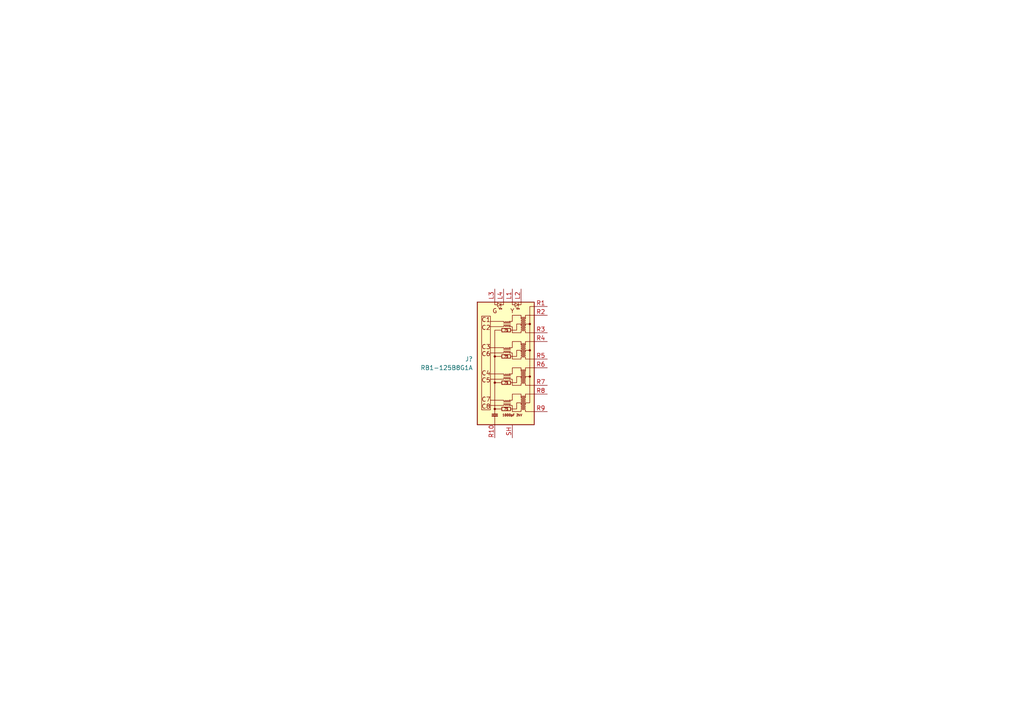
<source format=kicad_sch>
(kicad_sch (version 20211123) (generator eeschema)
  (paper "A4")
  (lib_symbols
    (symbol "Connector:RB1-125B8G1A" (pin_names hide)
      (property "Reference" "J" (at -7.62 20.32 0))
      (property "Value" "RB1-125B8G1A" (at 15.24 20.32 0))
      (symbol "RB1-125B8G1A_0_0"
        (polyline (pts (xy -0.508 -11.938) (xy -2.54 -11.938)))
        (polyline (pts (xy 0 -10.922) (xy -3.81 -10.922)))
        (polyline (pts (xy 0 -9.398) (xy -3.81 -9.398)))
        (polyline (pts (xy 0 -3.302) (xy -3.81 -3.302)))
        (polyline (pts (xy 0 -1.778) (xy -3.81 -1.778)))
        (polyline (pts (xy 0 4.318) (xy -3.81 4.318)))
        (polyline (pts (xy 0 5.842) (xy -3.81 5.842)))
        (polyline (pts (xy 0 11.938) (xy -3.81 11.938)))
        (polyline (pts (xy 0 13.462) (xy -3.81 13.462)))
        (polyline (pts (xy 6.35 5.08) (xy 7.62 5.08)))
        (polyline (pts (xy 7.62 -2.54) (xy 6.35 -2.54)))
        (polyline (pts (xy 7.62 12.7) (xy 6.35 12.7)))
        (polyline (pts (xy 2.032 -11.938) (xy 3.81 -11.938) (xy 3.81 -10.16) (xy 5.08 -10.16)))
        (polyline (pts (xy 2.032 -4.318) (xy 3.81 -4.318) (xy 3.81 -2.54) (xy 5.08 -2.54)))
        (polyline (pts (xy 2.032 3.302) (xy 3.81 3.302) (xy 3.81 5.08) (xy 5.08 5.08)))
        (polyline (pts (xy 2.032 10.922) (xy 3.81 10.922) (xy 3.81 12.7) (xy 5.08 12.7)))
        (text "1000pF 2kV" (at 2.54 -13.716 0) (effects (font (size 0.635 0.635))))
        (text "75" (at 0.762 -11.938 0) (effects (font (size 0.635 0.635))))
        (text "75" (at 0.762 -4.318 0) (effects (font (size 0.635 0.635))))
        (text "75" (at 0.762 3.302 0) (effects (font (size 0.635 0.635))))
        (text "75" (at 0.762 10.922 0) (effects (font (size 0.635 0.635))))
        (text "C1" (at -5.08 13.97 0) (effects (font (size 1.27 1.27))))
        (text "C2" (at -5.08 11.684 0) (effects (font (size 1.27 1.27))))
        (text "C3" (at -5.08 6.096 0) (effects (font (size 1.27 1.27))))
        (text "C4" (at -5.08 -1.524 0) (effects (font (size 1.27 1.27))))
        (text "C5" (at -5.08 -3.556 0) (effects (font (size 1.27 1.27))))
        (text "C6" (at -5.08 4.064 0) (effects (font (size 1.27 1.27))))
        (text "C7" (at -5.08 -9.144 0) (effects (font (size 1.27 1.27))))
        (text "C8" (at -5.08 -11.176 0) (effects (font (size 1.27 1.27))))
        (text "G" (at -2.54 16.51 0) (effects (font (size 1.27 1.27))))
        (text "Y" (at 2.54 16.51 0) (effects (font (size 1.27 1.27))))
      )
      (symbol "RB1-125B8G1A_0_1"
        (rectangle (start -3.81 -12.192) (end -6.35 14.986))
        (circle (center -2.54 -11.938) (radius 0.254) (fill (type outline)))
        (circle (center -2.54 -4.318) (radius 0.254) (fill (type outline)))
        (circle (center -2.54 3.302) (radius 0.254) (fill (type outline)))
        (rectangle (start -0.508 -12.446) (end 2.032 -11.43) (stroke (width 0.2032)))
        (rectangle (start -0.508 -4.826) (end 2.032 -3.81) (stroke (width 0.2032)))
        (rectangle (start -0.508 2.794) (end 2.032 3.81) (stroke (width 0.2032)))
        (rectangle (start -0.508 10.414) (end 2.032 11.43) (stroke (width 0.2032)))
        (arc (start 0 -9.398) (mid 0.254 -9.652) (end 0.508 -9.398))
        (arc (start 0 -1.778) (mid 0.254 -2.032) (end 0.508 -1.778))
        (polyline (pts (xy -3.302 -13.97) (xy -1.778 -13.97)) (stroke (width 0.3302)))
        (polyline (pts (xy -3.302 -13.462) (xy -1.778 -13.462)) (stroke (width 0.3048)))
        (polyline (pts (xy -2.54 -16.51) (xy -2.54 -13.97)))
        (polyline (pts (xy -2.54 3.302) (xy -0.508 3.302)))
        (polyline (pts (xy -1.016 17.018) (xy -1.524 17.526)))
        (polyline (pts (xy -0.762 18.796) (xy -0.762 17.78)))
        (polyline (pts (xy -0.508 -4.318) (xy -2.54 -4.318)))
        (polyline (pts (xy -0.508 17.018) (xy -1.016 17.526)))
        (polyline (pts (xy 0 -10.414) (xy 2.032 -10.414)))
        (polyline (pts (xy 0 -2.794) (xy 2.032 -2.794)))
        (polyline (pts (xy 0 4.826) (xy 2.032 4.826)))
        (polyline (pts (xy 0 12.446) (xy 2.032 12.446)))
        (polyline (pts (xy 2.032 -9.906) (xy 0 -9.906)))
        (polyline (pts (xy 2.032 -2.286) (xy 0 -2.286)))
        (polyline (pts (xy 2.032 5.334) (xy 0 5.334)))
        (polyline (pts (xy 2.032 12.954) (xy 0 12.954)))
        (polyline (pts (xy 4.064 17.018) (xy 3.556 17.526)))
        (polyline (pts (xy 4.318 18.796) (xy 4.318 17.78)))
        (polyline (pts (xy 4.572 17.018) (xy 4.064 17.526)))
        (polyline (pts (xy 5.588 -8.128) (xy 5.588 -12.192)))
        (polyline (pts (xy 5.588 -0.508) (xy 5.588 -4.572)))
        (polyline (pts (xy 5.588 7.112) (xy 5.588 3.048)))
        (polyline (pts (xy 5.588 14.732) (xy 5.588 10.668)))
        (polyline (pts (xy 5.842 -12.192) (xy 5.842 -8.128)))
        (polyline (pts (xy 5.842 -4.572) (xy 5.842 -0.508)))
        (polyline (pts (xy 5.842 3.048) (xy 5.842 7.112)))
        (polyline (pts (xy 5.842 10.668) (xy 5.842 14.732)))
        (polyline (pts (xy -2.54 -13.462) (xy -2.54 10.922) (xy -0.508 10.922)))
        (polyline (pts (xy -2.54 19.05) (xy -2.54 18.288) (xy -1.778 18.288)))
        (polyline (pts (xy -1.016 17.272) (xy -1.016 17.018) (xy -1.27 17.018)))
        (polyline (pts (xy -0.508 17.272) (xy -0.508 17.018) (xy -0.762 17.018)))
        (polyline (pts (xy 0 19.05) (xy 0 18.288) (xy -0.762 18.288)))
        (polyline (pts (xy 2.54 19.05) (xy 2.54 18.288) (xy 3.302 18.288)))
        (polyline (pts (xy 4.064 17.272) (xy 4.064 17.018) (xy 3.81 17.018)))
        (polyline (pts (xy 4.572 17.272) (xy 4.572 17.018) (xy 4.318 17.018)))
        (polyline (pts (xy 5.08 19.05) (xy 5.08 18.288) (xy 4.318 18.288)))
        (polyline (pts (xy 6.35 -12.192) (xy 6.35 -12.7) (xy 8.89 -12.7)))
        (polyline (pts (xy 6.35 -8.128) (xy 6.35 -7.62) (xy 8.89 -7.62)))
        (polyline (pts (xy 6.35 -4.572) (xy 6.35 -5.08) (xy 8.89 -5.08)))
        (polyline (pts (xy 6.35 -0.508) (xy 6.35 0) (xy 8.89 0)))
        (polyline (pts (xy 6.35 3.048) (xy 6.35 2.54) (xy 8.89 2.54)))
        (polyline (pts (xy 6.35 7.112) (xy 6.35 7.62) (xy 8.89 7.62)))
        (polyline (pts (xy 6.35 10.668) (xy 6.35 10.16) (xy 8.89 10.16)))
        (polyline (pts (xy 6.35 14.732) (xy 6.35 15.24) (xy 8.89 15.24)))
        (polyline (pts (xy -0.762 18.288) (xy -1.778 18.796) (xy -1.778 17.78) (xy -0.762 18.288)))
        (polyline (pts (xy 4.318 18.288) (xy 3.302 18.796) (xy 3.302 17.78) (xy 4.318 18.288)))
        (polyline (pts (xy 8.89 17.78) (xy 7.62 17.78) (xy 7.62 -10.16) (xy 6.35 -10.16)))
        (polyline (pts (xy 2.032 -9.398) (xy 2.54 -9.398) (xy 2.54 -7.62) (xy 5.08 -7.62) (xy 5.08 -8.128)))
        (polyline (pts (xy 2.032 -1.778) (xy 2.54 -1.778) (xy 2.54 0) (xy 5.08 0) (xy 5.08 -0.508)))
        (polyline (pts (xy 2.032 5.842) (xy 2.54 5.842) (xy 2.54 7.62) (xy 5.08 7.62) (xy 5.08 7.112)))
        (polyline (pts (xy 2.032 13.462) (xy 2.54 13.462) (xy 2.54 15.24) (xy 5.08 15.24) (xy 5.08 14.732)))
        (polyline (pts (xy 5.08 -12.192) (xy 5.08 -12.7) (xy 2.54 -12.7) (xy 2.54 -10.922) (xy 2.032 -10.922)))
        (polyline (pts (xy 5.08 -4.572) (xy 5.08 -5.08) (xy 2.54 -5.08) (xy 2.54 -3.302) (xy 2.032 -3.302)))
        (polyline (pts (xy 5.08 3.048) (xy 5.08 2.54) (xy 2.54 2.54) (xy 2.54 4.318) (xy 2.032 4.318)))
        (polyline (pts (xy 5.08 10.668) (xy 5.08 10.16) (xy 2.54 10.16) (xy 2.54 11.938) (xy 2.032 11.938)))
        (arc (start 0 5.842) (mid 0.254 5.588) (end 0.508 5.842))
        (arc (start 0 13.462) (mid 0.254 13.208) (end 0.508 13.462))
        (arc (start 0.508 -10.922) (mid 0.254 -10.668) (end 0 -10.922))
        (arc (start 0.508 -9.398) (mid 0.762 -9.652) (end 1.016 -9.398))
        (arc (start 0.508 -3.302) (mid 0.254 -3.048) (end 0 -3.302))
        (arc (start 0.508 -1.778) (mid 0.762 -2.032) (end 1.016 -1.778))
        (arc (start 0.508 4.318) (mid 0.254 4.572) (end 0 4.318))
        (arc (start 0.508 5.842) (mid 0.762 5.588) (end 1.016 5.842))
        (arc (start 0.508 11.938) (mid 0.254 12.192) (end 0 11.938))
        (arc (start 0.508 13.462) (mid 0.762 13.208) (end 1.016 13.462))
        (arc (start 1.016 -10.922) (mid 0.762 -10.668) (end 0.508 -10.922))
        (arc (start 1.016 -9.398) (mid 1.27 -9.652) (end 1.524 -9.398))
        (arc (start 1.016 -3.302) (mid 0.762 -3.048) (end 0.508 -3.302))
        (arc (start 1.016 -1.778) (mid 1.27 -2.032) (end 1.524 -1.778))
        (arc (start 1.016 4.318) (mid 0.762 4.572) (end 0.508 4.318))
        (arc (start 1.016 5.842) (mid 1.27 5.588) (end 1.524 5.842))
        (arc (start 1.016 11.938) (mid 0.762 12.192) (end 0.508 11.938))
        (arc (start 1.016 13.462) (mid 1.27 13.208) (end 1.524 13.462))
        (arc (start 1.524 -10.922) (mid 1.27 -10.668) (end 1.016 -10.922))
        (arc (start 1.524 -9.398) (mid 1.778 -9.652) (end 2.032 -9.398))
        (arc (start 1.524 -3.302) (mid 1.27 -3.048) (end 1.016 -3.302))
        (arc (start 1.524 -1.778) (mid 1.778 -2.032) (end 2.032 -1.778))
        (arc (start 1.524 4.318) (mid 1.27 4.572) (end 1.016 4.318))
        (arc (start 1.524 5.842) (mid 1.778 5.588) (end 2.032 5.842))
        (arc (start 1.524 11.938) (mid 1.27 12.192) (end 1.016 11.938))
        (arc (start 1.524 13.462) (mid 1.778 13.208) (end 2.032 13.462))
        (circle (center 1.778 -10.9474) (radius 0.0762) (stroke (width 0.0254)) (fill (type outline)))
        (circle (center 1.778 -9.3726) (radius 0.0762) (stroke (width 0.0254)) (fill (type outline)))
        (circle (center 1.778 -3.3274) (radius 0.0762) (stroke (width 0.0254)) (fill (type outline)))
        (circle (center 1.778 -1.7526) (radius 0.0762) (stroke (width 0.0254)) (fill (type outline)))
        (circle (center 1.778 4.2926) (radius 0.0762) (stroke (width 0.0254)) (fill (type outline)))
        (circle (center 1.778 5.8674) (radius 0.0762) (stroke (width 0.0254)) (fill (type outline)))
        (circle (center 1.778 11.9126) (radius 0.0762) (stroke (width 0.0254)) (fill (type outline)))
        (circle (center 1.778 13.4874) (radius 0.0762) (stroke (width 0.0254)) (fill (type outline)))
        (arc (start 2.032 -10.922) (mid 1.778 -10.668) (end 1.524 -10.922))
        (arc (start 2.032 -3.302) (mid 1.778 -3.048) (end 1.524 -3.302))
        (arc (start 2.032 4.318) (mid 1.778 4.572) (end 1.524 4.318))
        (arc (start 2.032 11.938) (mid 1.778 12.192) (end 1.524 11.938))
        (circle (center 5.0546 -10.414) (radius 0.0762) (stroke (width 0.0254)) (fill (type outline)))
        (circle (center 5.0546 -8.382) (radius 0.0762) (stroke (width 0.0254)) (fill (type outline)))
        (circle (center 5.0546 -2.794) (radius 0.0762) (stroke (width 0.0254)) (fill (type outline)))
        (circle (center 5.0546 -0.762) (radius 0.0762) (stroke (width 0.0254)) (fill (type outline)))
        (circle (center 5.0546 4.826) (radius 0.0762) (stroke (width 0.0254)) (fill (type outline)))
        (circle (center 5.0546 6.858) (radius 0.0762) (stroke (width 0.0254)) (fill (type outline)))
        (circle (center 5.0546 12.446) (radius 0.0762) (stroke (width 0.0254)) (fill (type outline)))
        (circle (center 5.0546 14.478) (radius 0.0762) (stroke (width 0.0254)) (fill (type outline)))
        (arc (start 5.08 -12.192) (mid 5.334 -11.938) (end 5.08 -11.684))
        (arc (start 5.08 -11.684) (mid 5.334 -11.43) (end 5.08 -11.176))
        (arc (start 5.08 -11.176) (mid 5.334 -10.922) (end 5.08 -10.668))
        (arc (start 5.08 -10.668) (mid 5.334 -10.414) (end 5.08 -10.16))
        (arc (start 5.08 -10.16) (mid 5.334 -9.906) (end 5.08 -9.652))
        (arc (start 5.08 -9.652) (mid 5.334 -9.398) (end 5.08 -9.144))
        (arc (start 5.08 -9.144) (mid 5.334 -8.89) (end 5.08 -8.636))
        (arc (start 5.08 -8.636) (mid 5.334 -8.382) (end 5.08 -8.128))
        (arc (start 5.08 -4.572) (mid 5.334 -4.318) (end 5.08 -4.064))
        (arc (start 5.08 -4.064) (mid 5.334 -3.81) (end 5.08 -3.556))
        (arc (start 5.08 -3.556) (mid 5.334 -3.302) (end 5.08 -3.048))
        (arc (start 5.08 -3.048) (mid 5.334 -2.794) (end 5.08 -2.54))
        (arc (start 5.08 -2.54) (mid 5.334 -2.286) (end 5.08 -2.032))
        (arc (start 5.08 -2.032) (mid 5.334 -1.778) (end 5.08 -1.524))
        (arc (start 5.08 -1.524) (mid 5.334 -1.27) (end 5.08 -1.016))
        (arc (start 5.08 -1.016) (mid 5.334 -0.762) (end 5.08 -0.508))
        (arc (start 5.08 3.048) (mid 5.334 3.302) (end 5.08 3.556))
        (arc (start 5.08 3.556) (mid 5.334 3.81) (end 5.08 4.064))
        (arc (start 5.08 4.064) (mid 5.334 4.318) (end 5.08 4.572))
        (arc (start 5.08 4.572) (mid 5.334 4.826) (end 5.08 5.08))
        (arc (start 5.08 5.08) (mid 5.334 5.334) (end 5.08 5.588))
        (arc (start 5.08 5.588) (mid 5.334 5.842) (end 5.08 6.096))
        (arc (start 5.08 6.096) (mid 5.334 6.35) (end 5.08 6.604))
        (arc (start 5.08 6.604) (mid 5.334 6.858) (end 5.08 7.112))
        (arc (start 5.08 10.668) (mid 5.334 10.922) (end 5.08 11.176))
        (arc (start 5.08 11.176) (mid 5.334 11.43) (end 5.08 11.684))
        (arc (start 5.08 11.684) (mid 5.334 11.938) (end 5.08 12.192))
        (arc (start 5.08 12.192) (mid 5.334 12.446) (end 5.08 12.7))
        (arc (start 5.08 12.7) (mid 5.334 12.954) (end 5.08 13.208))
        (arc (start 5.08 13.208) (mid 5.334 13.462) (end 5.08 13.716))
        (arc (start 5.08 13.716) (mid 5.334 13.97) (end 5.08 14.224))
        (arc (start 5.08 14.224) (mid 5.334 14.478) (end 5.08 14.732))
        (arc (start 6.35 -11.684) (mid 6.096 -11.938) (end 6.35 -12.192))
        (arc (start 6.35 -11.176) (mid 6.096 -11.43) (end 6.35 -11.684))
        (arc (start 6.35 -10.668) (mid 6.096 -10.922) (end 6.35 -11.176))
        (arc (start 6.35 -10.16) (mid 6.096 -10.414) (end 6.35 -10.668))
        (arc (start 6.35 -9.652) (mid 6.096 -9.906) (end 6.35 -10.16))
        (arc (start 6.35 -9.144) (mid 6.096 -9.398) (end 6.35 -9.652))
        (arc (start 6.35 -8.636) (mid 6.096 -8.89) (end 6.35 -9.144))
        (arc (start 6.35 -8.128) (mid 6.096 -8.382) (end 6.35 -8.636))
        (arc (start 6.35 -4.064) (mid 6.096 -4.318) (end 6.35 -4.572))
        (arc (start 6.35 -3.556) (mid 6.096 -3.81) (end 6.35 -4.064))
        (arc (start 6.35 -3.048) (mid 6.096 -3.302) (end 6.35 -3.556))
        (arc (start 6.35 -2.54) (mid 6.096 -2.794) (end 6.35 -3.048))
        (arc (start 6.35 -2.032) (mid 6.096 -2.286) (end 6.35 -2.54))
        (arc (start 6.35 -1.524) (mid 6.096 -1.778) (end 6.35 -2.032))
        (arc (start 6.35 -1.016) (mid 6.096 -1.27) (end 6.35 -1.524))
        (arc (start 6.35 -0.508) (mid 6.096 -0.762) (end 6.35 -1.016))
        (arc (start 6.35 3.556) (mid 6.096 3.302) (end 6.35 3.048))
        (arc (start 6.35 4.064) (mid 6.096 3.81) (end 6.35 3.556))
        (arc (start 6.35 4.572) (mid 6.096 4.318) (end 6.35 4.064))
        (arc (start 6.35 5.08) (mid 6.096 4.826) (end 6.35 4.572))
        (arc (start 6.35 5.588) (mid 6.096 5.334) (end 6.35 5.08))
        (arc (start 6.35 6.096) (mid 6.096 5.842) (end 6.35 5.588))
        (arc (start 6.35 6.604) (mid 6.096 6.35) (end 6.35 6.096))
        (arc (start 6.35 7.112) (mid 6.096 6.858) (end 6.35 6.604))
        (arc (start 6.35 11.176) (mid 6.096 10.922) (end 6.35 10.668))
        (arc (start 6.35 11.684) (mid 6.096 11.43) (end 6.35 11.176))
        (arc (start 6.35 12.192) (mid 6.096 11.938) (end 6.35 11.684))
        (arc (start 6.35 12.7) (mid 6.096 12.446) (end 6.35 12.192))
        (arc (start 6.35 13.208) (mid 6.096 12.954) (end 6.35 12.7))
        (arc (start 6.35 13.716) (mid 6.096 13.462) (end 6.35 13.208))
        (arc (start 6.35 14.224) (mid 6.096 13.97) (end 6.35 13.716))
        (arc (start 6.35 14.732) (mid 6.096 14.478) (end 6.35 14.224))
        (circle (center 6.3754 -10.414) (radius 0.0762) (stroke (width 0.0254)) (fill (type outline)))
        (circle (center 6.3754 -8.382) (radius 0.0762) (stroke (width 0.0254)) (fill (type outline)))
        (circle (center 6.3754 -2.794) (radius 0.0762) (stroke (width 0.0254)) (fill (type outline)))
        (circle (center 6.3754 -0.762) (radius 0.0762) (stroke (width 0.0254)) (fill (type outline)))
        (circle (center 6.3754 4.826) (radius 0.0762) (stroke (width 0.0254)) (fill (type outline)))
        (circle (center 6.3754 6.858) (radius 0.0762) (stroke (width 0.0254)) (fill (type outline)))
        (circle (center 6.3754 12.446) (radius 0.0762) (stroke (width 0.0254)) (fill (type outline)))
        (circle (center 6.3754 14.478) (radius 0.0762) (stroke (width 0.0254)) (fill (type outline)))
        (circle (center 7.62 -2.54) (radius 0.254) (fill (type outline)))
        (circle (center 7.62 5.08) (radius 0.254) (fill (type outline)))
        (circle (center 7.62 12.7) (radius 0.254) (fill (type outline)))
        (rectangle (start 8.89 19.05) (end -7.62 -16.51) (stroke (width 0.254)) (fill (type background)))
        (pin power_in line (at -2.54 -20.32 90) (length 3.81) (name "GND") (number "R10"))
      )
      (symbol "RB1-125B8G1A_1_1"
        (pin passive line (at 2.54 22.86 270) (length 3.81) (name "~") (number "L1"))
        (pin passive line (at 5.08 22.86 270) (length 3.81) (name "~") (number "L2"))
        (pin passive line (at -2.54 22.86 270) (length 3.81) (name "~") (number "L3"))
        (pin passive line (at 0 22.86 270) (length 3.81) (name "~") (number "L4"))
        (pin passive line (at 12.7 17.78 180) (length 3.81) (name "CT") (number "R1"))
        (pin passive line (at 12.7 15.24 180) (length 3.81) (name "TD1+") (number "R2"))
        (pin passive line (at 12.7 10.16 180) (length 3.81) (name "TD1-") (number "R3"))
        (pin passive line (at 12.7 7.62 180) (length 3.81) (name "TD2+") (number "R4"))
        (pin passive line (at 12.7 2.54 180) (length 3.81) (name "TD2-") (number "R5"))
        (pin passive line (at 12.7 0 180) (length 3.81) (name "TD3+") (number "R6"))
        (pin passive line (at 12.7 -5.08 180) (length 3.81) (name "TD3-") (number "R7"))
        (pin passive line (at 12.7 -7.62 180) (length 3.81) (name "TD4+") (number "R8"))
        (pin passive line (at 12.7 -12.7 180) (length 3.81) (name "TD4-") (number "R9"))
        (pin passive line (at 2.54 -20.32 90) (length 3.81) (name "SH") (number "SH"))
      )
    )
  )
  (symbol (lib_id "Connector:RB1-125B8G1A") (at 146.05 106.68 0) (unit 1)
    (property "Reference" "J?" (at 137.16 104.1399 0) (effects (justify right)))
    (property "Value" "RB1-125B8G1A" (at 137.16 106.6799 0) (effects (justify right)))
    (property "Footprint" "Connector_RJ:RJ45_UDE_RB1-125B8G1A" (effects hide))
    (property "Datasheet" "https://datasheet.lcsc.com/szlcsc/1901091107_UDE-Corp-RB1-125B8G1A_C363353.pdf" (effects hide))
  )
)
</source>
